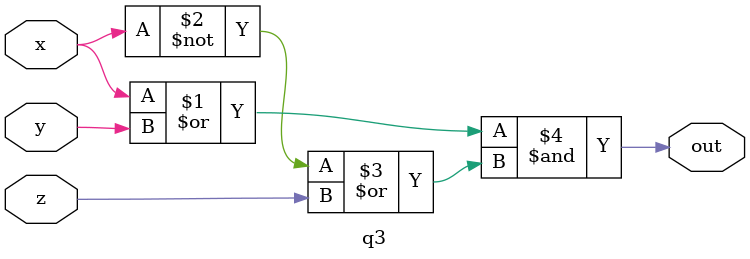
<source format=v>
module q3(	// file.cleaned.mlir:2:3
  input  x,	// file.cleaned.mlir:2:20
         y,	// file.cleaned.mlir:2:32
         z,	// file.cleaned.mlir:2:44
  output out	// file.cleaned.mlir:2:57
);

  assign out = (x | y) & (~x | z);	// file.cleaned.mlir:4:10, :5:10, :6:10, :7:10, :8:5
endmodule


</source>
